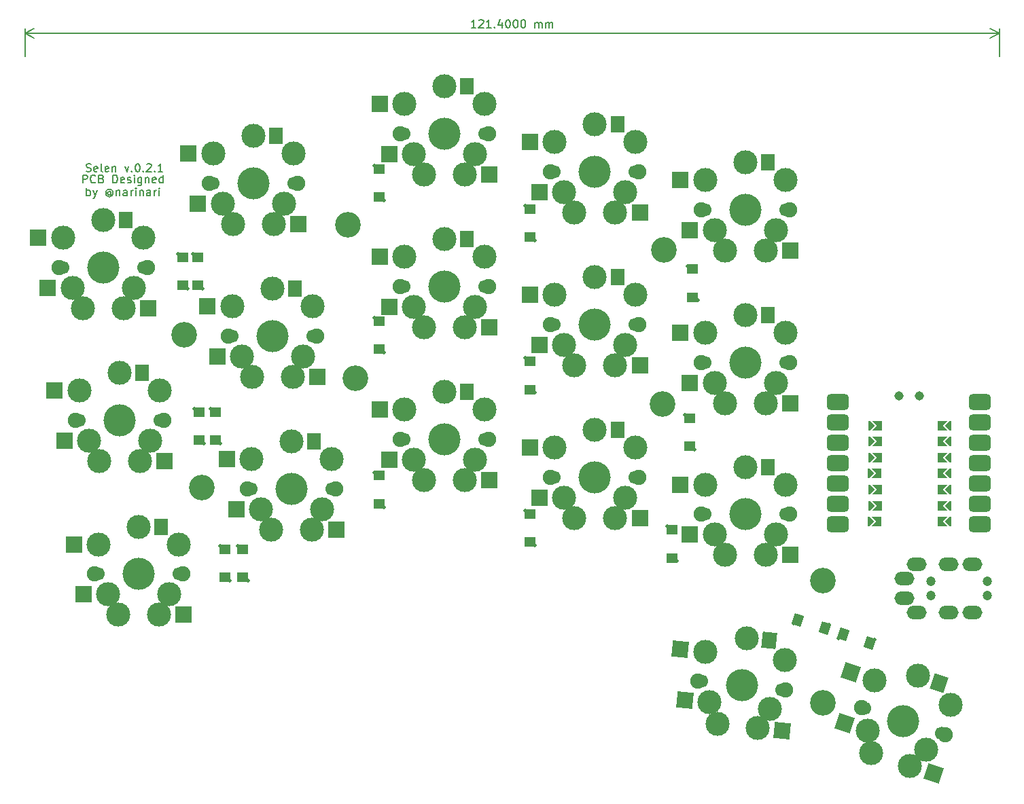
<source format=gts>
%TF.GenerationSoftware,KiCad,Pcbnew,(6.0.7)*%
%TF.CreationDate,2022-09-23T16:12:31+09:00*%
%TF.ProjectId,selen-full,73656c65-6e2d-4667-956c-6c2e6b696361,rev?*%
%TF.SameCoordinates,Original*%
%TF.FileFunction,Soldermask,Top*%
%TF.FilePolarity,Negative*%
%FSLAX46Y46*%
G04 Gerber Fmt 4.6, Leading zero omitted, Abs format (unit mm)*
G04 Created by KiCad (PCBNEW (6.0.7)) date 2022-09-23 16:12:31*
%MOMM*%
%LPD*%
G01*
G04 APERTURE LIST*
G04 Aperture macros list*
%AMRoundRect*
0 Rectangle with rounded corners*
0 $1 Rounding radius*
0 $2 $3 $4 $5 $6 $7 $8 $9 X,Y pos of 4 corners*
0 Add a 4 corners polygon primitive as box body*
4,1,4,$2,$3,$4,$5,$6,$7,$8,$9,$2,$3,0*
0 Add four circle primitives for the rounded corners*
1,1,$1+$1,$2,$3*
1,1,$1+$1,$4,$5*
1,1,$1+$1,$6,$7*
1,1,$1+$1,$8,$9*
0 Add four rect primitives between the rounded corners*
20,1,$1+$1,$2,$3,$4,$5,0*
20,1,$1+$1,$4,$5,$6,$7,0*
20,1,$1+$1,$6,$7,$8,$9,0*
20,1,$1+$1,$8,$9,$2,$3,0*%
%AMRotRect*
0 Rectangle, with rotation*
0 The origin of the aperture is its center*
0 $1 length*
0 $2 width*
0 $3 Rotation angle, in degrees counterclockwise*
0 Add horizontal line*
21,1,$1,$2,0,0,$3*%
%AMFreePoly0*
4,1,6,0.600000,0.200000,0.000000,-0.400000,-0.600000,0.200000,-0.600000,0.400000,0.600000,0.400000,0.600000,0.200000,0.600000,0.200000,$1*%
%AMFreePoly1*
4,1,6,0.600000,-0.250000,-0.600000,-0.250000,-0.600000,1.000000,0.000000,0.400000,0.600000,1.000000,0.600000,-0.250000,0.600000,-0.250000,$1*%
G04 Aperture macros list end*
%ADD10C,0.150000*%
%ADD11R,1.400000X1.200000*%
%ADD12C,0.500000*%
%ADD13RotRect,1.200000X1.400000X342.000000*%
%ADD14C,3.200000*%
%ADD15C,1.900000*%
%ADD16C,3.000000*%
%ADD17C,1.700000*%
%ADD18C,4.000000*%
%ADD19R,2.000000X2.000000*%
%ADD20R,1.800000X2.000000*%
%ADD21RotRect,2.000000X2.000000X354.000000*%
%ADD22RotRect,1.800000X2.000000X354.000000*%
%ADD23RotRect,1.200000X1.400000X162.000000*%
%ADD24RotRect,2.000000X2.000000X342.000000*%
%ADD25RotRect,1.800000X2.000000X342.000000*%
%ADD26C,1.200000*%
%ADD27O,2.500000X1.700000*%
%ADD28FreePoly0,270.000000*%
%ADD29RoundRect,0.499745X-0.874395X-0.499745X0.874395X-0.499745X0.874395X0.499745X-0.874395X0.499745X0*%
%ADD30FreePoly0,90.000000*%
%ADD31FreePoly1,270.000000*%
%ADD32FreePoly1,90.000000*%
%ADD33C,1.143000*%
G04 APERTURE END LIST*
D10*
X97800000Y-70447380D02*
X97800000Y-69447380D01*
X98180952Y-69447380D01*
X98276190Y-69495000D01*
X98323809Y-69542619D01*
X98371428Y-69637857D01*
X98371428Y-69780714D01*
X98323809Y-69875952D01*
X98276190Y-69923571D01*
X98180952Y-69971190D01*
X97800000Y-69971190D01*
X99371428Y-70352142D02*
X99323809Y-70399761D01*
X99180952Y-70447380D01*
X99085714Y-70447380D01*
X98942857Y-70399761D01*
X98847619Y-70304523D01*
X98800000Y-70209285D01*
X98752380Y-70018809D01*
X98752380Y-69875952D01*
X98800000Y-69685476D01*
X98847619Y-69590238D01*
X98942857Y-69495000D01*
X99085714Y-69447380D01*
X99180952Y-69447380D01*
X99323809Y-69495000D01*
X99371428Y-69542619D01*
X100133333Y-69923571D02*
X100276190Y-69971190D01*
X100323809Y-70018809D01*
X100371428Y-70114047D01*
X100371428Y-70256904D01*
X100323809Y-70352142D01*
X100276190Y-70399761D01*
X100180952Y-70447380D01*
X99800000Y-70447380D01*
X99800000Y-69447380D01*
X100133333Y-69447380D01*
X100228571Y-69495000D01*
X100276190Y-69542619D01*
X100323809Y-69637857D01*
X100323809Y-69733095D01*
X100276190Y-69828333D01*
X100228571Y-69875952D01*
X100133333Y-69923571D01*
X99800000Y-69923571D01*
X101561904Y-70447380D02*
X101561904Y-69447380D01*
X101800000Y-69447380D01*
X101942857Y-69495000D01*
X102038095Y-69590238D01*
X102085714Y-69685476D01*
X102133333Y-69875952D01*
X102133333Y-70018809D01*
X102085714Y-70209285D01*
X102038095Y-70304523D01*
X101942857Y-70399761D01*
X101800000Y-70447380D01*
X101561904Y-70447380D01*
X102942857Y-70399761D02*
X102847619Y-70447380D01*
X102657142Y-70447380D01*
X102561904Y-70399761D01*
X102514285Y-70304523D01*
X102514285Y-69923571D01*
X102561904Y-69828333D01*
X102657142Y-69780714D01*
X102847619Y-69780714D01*
X102942857Y-69828333D01*
X102990476Y-69923571D01*
X102990476Y-70018809D01*
X102514285Y-70114047D01*
X103371428Y-70399761D02*
X103466666Y-70447380D01*
X103657142Y-70447380D01*
X103752380Y-70399761D01*
X103800000Y-70304523D01*
X103800000Y-70256904D01*
X103752380Y-70161666D01*
X103657142Y-70114047D01*
X103514285Y-70114047D01*
X103419047Y-70066428D01*
X103371428Y-69971190D01*
X103371428Y-69923571D01*
X103419047Y-69828333D01*
X103514285Y-69780714D01*
X103657142Y-69780714D01*
X103752380Y-69828333D01*
X104228571Y-70447380D02*
X104228571Y-69780714D01*
X104228571Y-69447380D02*
X104180952Y-69495000D01*
X104228571Y-69542619D01*
X104276190Y-69495000D01*
X104228571Y-69447380D01*
X104228571Y-69542619D01*
X105133333Y-69780714D02*
X105133333Y-70590238D01*
X105085714Y-70685476D01*
X105038095Y-70733095D01*
X104942857Y-70780714D01*
X104800000Y-70780714D01*
X104704761Y-70733095D01*
X105133333Y-70399761D02*
X105038095Y-70447380D01*
X104847619Y-70447380D01*
X104752380Y-70399761D01*
X104704761Y-70352142D01*
X104657142Y-70256904D01*
X104657142Y-69971190D01*
X104704761Y-69875952D01*
X104752380Y-69828333D01*
X104847619Y-69780714D01*
X105038095Y-69780714D01*
X105133333Y-69828333D01*
X105609523Y-69780714D02*
X105609523Y-70447380D01*
X105609523Y-69875952D02*
X105657142Y-69828333D01*
X105752380Y-69780714D01*
X105895238Y-69780714D01*
X105990476Y-69828333D01*
X106038095Y-69923571D01*
X106038095Y-70447380D01*
X106895238Y-70399761D02*
X106800000Y-70447380D01*
X106609523Y-70447380D01*
X106514285Y-70399761D01*
X106466666Y-70304523D01*
X106466666Y-69923571D01*
X106514285Y-69828333D01*
X106609523Y-69780714D01*
X106800000Y-69780714D01*
X106895238Y-69828333D01*
X106942857Y-69923571D01*
X106942857Y-70018809D01*
X106466666Y-70114047D01*
X107800000Y-70447380D02*
X107800000Y-69447380D01*
X107800000Y-70399761D02*
X107704761Y-70447380D01*
X107514285Y-70447380D01*
X107419047Y-70399761D01*
X107371428Y-70352142D01*
X107323809Y-70256904D01*
X107323809Y-69971190D01*
X107371428Y-69875952D01*
X107419047Y-69828333D01*
X107514285Y-69780714D01*
X107704761Y-69780714D01*
X107800000Y-69828333D01*
X98276190Y-72057380D02*
X98276190Y-71057380D01*
X98276190Y-71438333D02*
X98371428Y-71390714D01*
X98561904Y-71390714D01*
X98657142Y-71438333D01*
X98704761Y-71485952D01*
X98752380Y-71581190D01*
X98752380Y-71866904D01*
X98704761Y-71962142D01*
X98657142Y-72009761D01*
X98561904Y-72057380D01*
X98371428Y-72057380D01*
X98276190Y-72009761D01*
X99085714Y-71390714D02*
X99323809Y-72057380D01*
X99561904Y-71390714D02*
X99323809Y-72057380D01*
X99228571Y-72295476D01*
X99180952Y-72343095D01*
X99085714Y-72390714D01*
X101323809Y-71581190D02*
X101276190Y-71533571D01*
X101180952Y-71485952D01*
X101085714Y-71485952D01*
X100990476Y-71533571D01*
X100942857Y-71581190D01*
X100895238Y-71676428D01*
X100895238Y-71771666D01*
X100942857Y-71866904D01*
X100990476Y-71914523D01*
X101085714Y-71962142D01*
X101180952Y-71962142D01*
X101276190Y-71914523D01*
X101323809Y-71866904D01*
X101323809Y-71485952D02*
X101323809Y-71866904D01*
X101371428Y-71914523D01*
X101419047Y-71914523D01*
X101514285Y-71866904D01*
X101561904Y-71771666D01*
X101561904Y-71533571D01*
X101466666Y-71390714D01*
X101323809Y-71295476D01*
X101133333Y-71247857D01*
X100942857Y-71295476D01*
X100800000Y-71390714D01*
X100704761Y-71533571D01*
X100657142Y-71724047D01*
X100704761Y-71914523D01*
X100800000Y-72057380D01*
X100942857Y-72152619D01*
X101133333Y-72200238D01*
X101323809Y-72152619D01*
X101466666Y-72057380D01*
X101990476Y-71390714D02*
X101990476Y-72057380D01*
X101990476Y-71485952D02*
X102038095Y-71438333D01*
X102133333Y-71390714D01*
X102276190Y-71390714D01*
X102371428Y-71438333D01*
X102419047Y-71533571D01*
X102419047Y-72057380D01*
X103323809Y-72057380D02*
X103323809Y-71533571D01*
X103276190Y-71438333D01*
X103180952Y-71390714D01*
X102990476Y-71390714D01*
X102895238Y-71438333D01*
X103323809Y-72009761D02*
X103228571Y-72057380D01*
X102990476Y-72057380D01*
X102895238Y-72009761D01*
X102847619Y-71914523D01*
X102847619Y-71819285D01*
X102895238Y-71724047D01*
X102990476Y-71676428D01*
X103228571Y-71676428D01*
X103323809Y-71628809D01*
X103800000Y-72057380D02*
X103800000Y-71390714D01*
X103800000Y-71581190D02*
X103847619Y-71485952D01*
X103895238Y-71438333D01*
X103990476Y-71390714D01*
X104085714Y-71390714D01*
X104419047Y-72057380D02*
X104419047Y-71390714D01*
X104419047Y-71057380D02*
X104371428Y-71105000D01*
X104419047Y-71152619D01*
X104466666Y-71105000D01*
X104419047Y-71057380D01*
X104419047Y-71152619D01*
X104895238Y-71390714D02*
X104895238Y-72057380D01*
X104895238Y-71485952D02*
X104942857Y-71438333D01*
X105038095Y-71390714D01*
X105180952Y-71390714D01*
X105276190Y-71438333D01*
X105323809Y-71533571D01*
X105323809Y-72057380D01*
X106228571Y-72057380D02*
X106228571Y-71533571D01*
X106180952Y-71438333D01*
X106085714Y-71390714D01*
X105895238Y-71390714D01*
X105800000Y-71438333D01*
X106228571Y-72009761D02*
X106133333Y-72057380D01*
X105895238Y-72057380D01*
X105800000Y-72009761D01*
X105752380Y-71914523D01*
X105752380Y-71819285D01*
X105800000Y-71724047D01*
X105895238Y-71676428D01*
X106133333Y-71676428D01*
X106228571Y-71628809D01*
X106704761Y-72057380D02*
X106704761Y-71390714D01*
X106704761Y-71581190D02*
X106752380Y-71485952D01*
X106800000Y-71438333D01*
X106895238Y-71390714D01*
X106990476Y-71390714D01*
X107323809Y-72057380D02*
X107323809Y-71390714D01*
X107323809Y-71057380D02*
X107276190Y-71105000D01*
X107323809Y-71152619D01*
X107371428Y-71105000D01*
X107323809Y-71057380D01*
X107323809Y-71152619D01*
X98238095Y-69004761D02*
X98380952Y-69052380D01*
X98619047Y-69052380D01*
X98714285Y-69004761D01*
X98761904Y-68957142D01*
X98809523Y-68861904D01*
X98809523Y-68766666D01*
X98761904Y-68671428D01*
X98714285Y-68623809D01*
X98619047Y-68576190D01*
X98428571Y-68528571D01*
X98333333Y-68480952D01*
X98285714Y-68433333D01*
X98238095Y-68338095D01*
X98238095Y-68242857D01*
X98285714Y-68147619D01*
X98333333Y-68100000D01*
X98428571Y-68052380D01*
X98666666Y-68052380D01*
X98809523Y-68100000D01*
X99619047Y-69004761D02*
X99523809Y-69052380D01*
X99333333Y-69052380D01*
X99238095Y-69004761D01*
X99190476Y-68909523D01*
X99190476Y-68528571D01*
X99238095Y-68433333D01*
X99333333Y-68385714D01*
X99523809Y-68385714D01*
X99619047Y-68433333D01*
X99666666Y-68528571D01*
X99666666Y-68623809D01*
X99190476Y-68719047D01*
X100238095Y-69052380D02*
X100142857Y-69004761D01*
X100095238Y-68909523D01*
X100095238Y-68052380D01*
X101000000Y-69004761D02*
X100904761Y-69052380D01*
X100714285Y-69052380D01*
X100619047Y-69004761D01*
X100571428Y-68909523D01*
X100571428Y-68528571D01*
X100619047Y-68433333D01*
X100714285Y-68385714D01*
X100904761Y-68385714D01*
X101000000Y-68433333D01*
X101047619Y-68528571D01*
X101047619Y-68623809D01*
X100571428Y-68719047D01*
X101476190Y-68385714D02*
X101476190Y-69052380D01*
X101476190Y-68480952D02*
X101523809Y-68433333D01*
X101619047Y-68385714D01*
X101761904Y-68385714D01*
X101857142Y-68433333D01*
X101904761Y-68528571D01*
X101904761Y-69052380D01*
X103047619Y-68385714D02*
X103285714Y-69052380D01*
X103523809Y-68385714D01*
X103904761Y-68957142D02*
X103952380Y-69004761D01*
X103904761Y-69052380D01*
X103857142Y-69004761D01*
X103904761Y-68957142D01*
X103904761Y-69052380D01*
X104571428Y-68052380D02*
X104666666Y-68052380D01*
X104761904Y-68100000D01*
X104809523Y-68147619D01*
X104857142Y-68242857D01*
X104904761Y-68433333D01*
X104904761Y-68671428D01*
X104857142Y-68861904D01*
X104809523Y-68957142D01*
X104761904Y-69004761D01*
X104666666Y-69052380D01*
X104571428Y-69052380D01*
X104476190Y-69004761D01*
X104428571Y-68957142D01*
X104380952Y-68861904D01*
X104333333Y-68671428D01*
X104333333Y-68433333D01*
X104380952Y-68242857D01*
X104428571Y-68147619D01*
X104476190Y-68100000D01*
X104571428Y-68052380D01*
X105333333Y-68957142D02*
X105380952Y-69004761D01*
X105333333Y-69052380D01*
X105285714Y-69004761D01*
X105333333Y-68957142D01*
X105333333Y-69052380D01*
X105761904Y-68147619D02*
X105809523Y-68100000D01*
X105904761Y-68052380D01*
X106142857Y-68052380D01*
X106238095Y-68100000D01*
X106285714Y-68147619D01*
X106333333Y-68242857D01*
X106333333Y-68338095D01*
X106285714Y-68480952D01*
X105714285Y-69052380D01*
X106333333Y-69052380D01*
X106761904Y-68957142D02*
X106809523Y-69004761D01*
X106761904Y-69052380D01*
X106714285Y-69004761D01*
X106761904Y-68957142D01*
X106761904Y-69052380D01*
X107761904Y-69052380D02*
X107190476Y-69052380D01*
X107476190Y-69052380D02*
X107476190Y-68052380D01*
X107380952Y-68195238D01*
X107285714Y-68290476D01*
X107190476Y-68338095D01*
X146776190Y-51102380D02*
X146204761Y-51102380D01*
X146490476Y-51102380D02*
X146490476Y-50102380D01*
X146395238Y-50245238D01*
X146300000Y-50340476D01*
X146204761Y-50388095D01*
X147157142Y-50197619D02*
X147204761Y-50150000D01*
X147300000Y-50102380D01*
X147538095Y-50102380D01*
X147633333Y-50150000D01*
X147680952Y-50197619D01*
X147728571Y-50292857D01*
X147728571Y-50388095D01*
X147680952Y-50530952D01*
X147109523Y-51102380D01*
X147728571Y-51102380D01*
X148680952Y-51102380D02*
X148109523Y-51102380D01*
X148395238Y-51102380D02*
X148395238Y-50102380D01*
X148300000Y-50245238D01*
X148204761Y-50340476D01*
X148109523Y-50388095D01*
X149109523Y-51007142D02*
X149157142Y-51054761D01*
X149109523Y-51102380D01*
X149061904Y-51054761D01*
X149109523Y-51007142D01*
X149109523Y-51102380D01*
X150014285Y-50435714D02*
X150014285Y-51102380D01*
X149776190Y-50054761D02*
X149538095Y-50769047D01*
X150157142Y-50769047D01*
X150728571Y-50102380D02*
X150823809Y-50102380D01*
X150919047Y-50150000D01*
X150966666Y-50197619D01*
X151014285Y-50292857D01*
X151061904Y-50483333D01*
X151061904Y-50721428D01*
X151014285Y-50911904D01*
X150966666Y-51007142D01*
X150919047Y-51054761D01*
X150823809Y-51102380D01*
X150728571Y-51102380D01*
X150633333Y-51054761D01*
X150585714Y-51007142D01*
X150538095Y-50911904D01*
X150490476Y-50721428D01*
X150490476Y-50483333D01*
X150538095Y-50292857D01*
X150585714Y-50197619D01*
X150633333Y-50150000D01*
X150728571Y-50102380D01*
X151680952Y-50102380D02*
X151776190Y-50102380D01*
X151871428Y-50150000D01*
X151919047Y-50197619D01*
X151966666Y-50292857D01*
X152014285Y-50483333D01*
X152014285Y-50721428D01*
X151966666Y-50911904D01*
X151919047Y-51007142D01*
X151871428Y-51054761D01*
X151776190Y-51102380D01*
X151680952Y-51102380D01*
X151585714Y-51054761D01*
X151538095Y-51007142D01*
X151490476Y-50911904D01*
X151442857Y-50721428D01*
X151442857Y-50483333D01*
X151490476Y-50292857D01*
X151538095Y-50197619D01*
X151585714Y-50150000D01*
X151680952Y-50102380D01*
X152633333Y-50102380D02*
X152728571Y-50102380D01*
X152823809Y-50150000D01*
X152871428Y-50197619D01*
X152919047Y-50292857D01*
X152966666Y-50483333D01*
X152966666Y-50721428D01*
X152919047Y-50911904D01*
X152871428Y-51007142D01*
X152823809Y-51054761D01*
X152728571Y-51102380D01*
X152633333Y-51102380D01*
X152538095Y-51054761D01*
X152490476Y-51007142D01*
X152442857Y-50911904D01*
X152395238Y-50721428D01*
X152395238Y-50483333D01*
X152442857Y-50292857D01*
X152490476Y-50197619D01*
X152538095Y-50150000D01*
X152633333Y-50102380D01*
X154157142Y-51102380D02*
X154157142Y-50435714D01*
X154157142Y-50530952D02*
X154204761Y-50483333D01*
X154300000Y-50435714D01*
X154442857Y-50435714D01*
X154538095Y-50483333D01*
X154585714Y-50578571D01*
X154585714Y-51102380D01*
X154585714Y-50578571D02*
X154633333Y-50483333D01*
X154728571Y-50435714D01*
X154871428Y-50435714D01*
X154966666Y-50483333D01*
X155014285Y-50578571D01*
X155014285Y-51102380D01*
X155490476Y-51102380D02*
X155490476Y-50435714D01*
X155490476Y-50530952D02*
X155538095Y-50483333D01*
X155633333Y-50435714D01*
X155776190Y-50435714D01*
X155871428Y-50483333D01*
X155919047Y-50578571D01*
X155919047Y-51102380D01*
X155919047Y-50578571D02*
X155966666Y-50483333D01*
X156061904Y-50435714D01*
X156204761Y-50435714D01*
X156300000Y-50483333D01*
X156347619Y-50578571D01*
X156347619Y-51102380D01*
X212000000Y-54700000D02*
X212000000Y-51213580D01*
X90600000Y-54700000D02*
X90600000Y-51213580D01*
X212000000Y-51800000D02*
X90600000Y-51800000D01*
X212000000Y-51800000D02*
X90600000Y-51800000D01*
X212000000Y-51800000D02*
X210873496Y-51213579D01*
X212000000Y-51800000D02*
X210873496Y-52386421D01*
X90600000Y-51800000D02*
X91726504Y-52386421D01*
X90600000Y-51800000D02*
X91726504Y-51213579D01*
D11*
%TO.C,D9*%
X153500000Y-96200000D03*
D12*
X154100000Y-96600000D03*
D11*
X153500000Y-92700000D03*
D12*
X152900000Y-92300000D03*
%TD*%
D11*
%TO.C,D4*%
X153500000Y-77200000D03*
D12*
X154100000Y-77600000D03*
X152900000Y-73300000D03*
D11*
X153500000Y-73700000D03*
%TD*%
%TO.C,D12*%
X117750000Y-119634000D03*
D12*
X118350000Y-120034000D03*
D11*
X117750000Y-116134000D03*
D12*
X117150000Y-115734000D03*
%TD*%
D13*
%TO.C,D17*%
X192532000Y-126746000D03*
D12*
X191966167Y-127193027D03*
X196426531Y-127380532D03*
D13*
X195860698Y-127827560D03*
%TD*%
D14*
%TO.C,REF\u002A\u002A*%
X190000000Y-120000000D03*
%TD*%
D15*
%TO.C,SW1*%
X94830000Y-80962500D03*
D16*
X96520000Y-83502500D03*
D17*
X95250000Y-80962500D03*
D16*
X104140000Y-83502500D03*
X95330000Y-77262500D03*
X100330000Y-75062500D03*
D17*
X105410000Y-80962500D03*
D16*
X105330000Y-77262500D03*
X97790000Y-86042500D03*
X102870000Y-86042500D03*
D18*
X100330000Y-80962500D03*
D15*
X105830000Y-80962500D03*
D19*
X105930000Y-86042500D03*
X92230000Y-77262500D03*
X93430000Y-83502500D03*
D20*
X103130000Y-75062500D03*
%TD*%
D17*
%TO.C,SW13*%
X137795000Y-102393750D03*
D15*
X148375000Y-102393750D03*
D16*
X147875000Y-98693750D03*
X137875000Y-98693750D03*
X142875000Y-96493750D03*
X140335000Y-107473750D03*
D17*
X147955000Y-102393750D03*
D16*
X139065000Y-104933750D03*
X146685000Y-104933750D03*
X145415000Y-107473750D03*
D18*
X142875000Y-102393750D03*
D15*
X137375000Y-102393750D03*
D19*
X148475000Y-107473750D03*
X134775000Y-98693750D03*
D20*
X145675000Y-96493750D03*
D19*
X135975000Y-104933750D03*
%TD*%
D12*
%TO.C,D15*%
X171850000Y-117600000D03*
D11*
X171250000Y-117200000D03*
D12*
X170650000Y-113300000D03*
D11*
X171250000Y-113700000D03*
%TD*%
D14*
%TO.C,REF\u002A\u002A*%
X170200000Y-78800000D03*
%TD*%
D11*
%TO.C,D8*%
X134750000Y-91200000D03*
D12*
X135350000Y-91600000D03*
D11*
X134750000Y-87700000D03*
D12*
X134150000Y-87300000D03*
%TD*%
D14*
%TO.C,REF\u002A\u002A*%
X112600000Y-108400000D03*
%TD*%
D16*
%TO.C,SW7*%
X121443750Y-83635000D03*
D15*
X126943750Y-89535000D03*
D16*
X123983750Y-94615000D03*
X117633750Y-92075000D03*
X118903750Y-94615000D03*
X126443750Y-85835000D03*
D18*
X121443750Y-89535000D03*
D16*
X125253750Y-92075000D03*
D15*
X115943750Y-89535000D03*
D17*
X116363750Y-89535000D03*
D16*
X116443750Y-85835000D03*
D17*
X126523750Y-89535000D03*
D19*
X127043750Y-94615000D03*
X113343750Y-85835000D03*
D20*
X124243750Y-83635000D03*
D19*
X114543750Y-92075000D03*
%TD*%
D12*
%TO.C,D11*%
X116100000Y-120034000D03*
D11*
X115500000Y-119634000D03*
D12*
X114900000Y-115734000D03*
D11*
X115500000Y-116134000D03*
%TD*%
D14*
%TO.C,REF\u002A\u002A*%
X130810000Y-75692000D03*
%TD*%
D16*
%TO.C,SW6*%
X98583750Y-102552500D03*
X107393750Y-96312500D03*
D15*
X107893750Y-100012500D03*
X96893750Y-100012500D03*
D18*
X102393750Y-100012500D03*
D16*
X102393750Y-94112500D03*
D17*
X97313750Y-100012500D03*
D16*
X104933750Y-105092500D03*
X106203750Y-102552500D03*
X99853750Y-105092500D03*
X97393750Y-96312500D03*
D17*
X107473750Y-100012500D03*
D19*
X94293750Y-96312500D03*
X107993750Y-105092500D03*
X95493750Y-102552500D03*
D20*
X105193750Y-94112500D03*
%TD*%
D14*
%TO.C,REF\u002A\u002A*%
X110400000Y-89400000D03*
%TD*%
D16*
%TO.C,SW11*%
X104775000Y-113321250D03*
X108585000Y-121761250D03*
X109775000Y-115521250D03*
D18*
X104775000Y-119221250D03*
D16*
X99775000Y-115521250D03*
D15*
X110275000Y-119221250D03*
D17*
X109855000Y-119221250D03*
D15*
X99275000Y-119221250D03*
D16*
X102235000Y-124301250D03*
X100965000Y-121761250D03*
D17*
X99695000Y-119221250D03*
D16*
X107315000Y-124301250D03*
D19*
X110375000Y-124301250D03*
X96675000Y-115521250D03*
X97875000Y-121761250D03*
D20*
X107575000Y-113321250D03*
%TD*%
D16*
%TO.C,SW8*%
X142875000Y-77443750D03*
D18*
X142875000Y-83343750D03*
D17*
X137795000Y-83343750D03*
D15*
X137375000Y-83343750D03*
D16*
X137875000Y-79643750D03*
X147875000Y-79643750D03*
X145415000Y-88423750D03*
X146685000Y-85883750D03*
X139065000Y-85883750D03*
D17*
X147955000Y-83343750D03*
D15*
X148375000Y-83343750D03*
D16*
X140335000Y-88423750D03*
D19*
X134775000Y-79643750D03*
X148475000Y-88423750D03*
X135975000Y-85883750D03*
D20*
X145675000Y-77443750D03*
%TD*%
D16*
%TO.C,SW10*%
X180340000Y-86968750D03*
X185340000Y-89168750D03*
D15*
X174840000Y-92868750D03*
D16*
X175340000Y-89168750D03*
X177800000Y-97948750D03*
X176530000Y-95408750D03*
D15*
X185840000Y-92868750D03*
D18*
X180340000Y-92868750D03*
D16*
X182880000Y-97948750D03*
D17*
X185420000Y-92868750D03*
D16*
X184150000Y-95408750D03*
D17*
X175260000Y-92868750D03*
D19*
X185940000Y-97948750D03*
X172240000Y-89168750D03*
D20*
X183140000Y-86968750D03*
D19*
X173440000Y-95408750D03*
%TD*%
D16*
%TO.C,SW15*%
X175340000Y-108060000D03*
D17*
X175260000Y-111760000D03*
D16*
X177800000Y-116840000D03*
D15*
X174840000Y-111760000D03*
X185840000Y-111760000D03*
D16*
X176530000Y-114300000D03*
D18*
X180340000Y-111760000D03*
D16*
X182880000Y-116840000D03*
X185340000Y-108060000D03*
X184150000Y-114300000D03*
X180340000Y-105860000D03*
D17*
X185420000Y-111760000D03*
D19*
X185940000Y-116840000D03*
X172240000Y-108060000D03*
D20*
X183140000Y-105860000D03*
D19*
X173440000Y-114300000D03*
%TD*%
D18*
%TO.C,SW3*%
X142875000Y-64293750D03*
D15*
X148375000Y-64293750D03*
D16*
X142875000Y-58393750D03*
D17*
X137795000Y-64293750D03*
D16*
X137875000Y-60593750D03*
X139065000Y-66833750D03*
X147875000Y-60593750D03*
D17*
X147955000Y-64293750D03*
D16*
X145415000Y-69373750D03*
X146685000Y-66833750D03*
D15*
X137375000Y-64293750D03*
D16*
X140335000Y-69373750D03*
D19*
X134775000Y-60593750D03*
X148475000Y-69373750D03*
X135975000Y-66833750D03*
D20*
X145675000Y-58393750D03*
%TD*%
D15*
%TO.C,SW16*%
X174455262Y-132521675D03*
D16*
X175339278Y-128894209D03*
D18*
X179925132Y-133096582D03*
D16*
X175870501Y-135224414D03*
D17*
X184977303Y-133627587D03*
D16*
X181920213Y-138414256D03*
X185284497Y-129939493D03*
D15*
X185395002Y-133671489D03*
D16*
X180541850Y-127228903D03*
X176868042Y-137883251D03*
D17*
X174872961Y-132565577D03*
D16*
X183448758Y-136020921D03*
D21*
X172256260Y-128570170D03*
X184963450Y-138734113D03*
D22*
X183326511Y-127521583D03*
D21*
X172797429Y-134901421D03*
%TD*%
D11*
%TO.C,D3*%
X134750000Y-72200000D03*
D12*
X135350000Y-72600000D03*
D11*
X134750000Y-68700000D03*
D12*
X134150000Y-68300000D03*
%TD*%
%TO.C,D5*%
X174400000Y-85100000D03*
D11*
X173800000Y-84700000D03*
X173800000Y-81200000D03*
D12*
X173200000Y-80800000D03*
%TD*%
D11*
%TO.C,D1*%
X110236000Y-83234000D03*
D12*
X110836000Y-83634000D03*
X109636000Y-79334000D03*
D11*
X110236000Y-79734000D03*
%TD*%
D18*
%TO.C,SW2*%
X119062500Y-70485000D03*
D16*
X121602500Y-75565000D03*
X116522500Y-75565000D03*
D17*
X113982500Y-70485000D03*
X124142500Y-70485000D03*
D16*
X122872500Y-73025000D03*
X115252500Y-73025000D03*
D15*
X113562500Y-70485000D03*
D16*
X124062500Y-66785000D03*
X114062500Y-66785000D03*
D15*
X124562500Y-70485000D03*
D16*
X119062500Y-64585000D03*
D19*
X124662500Y-75565000D03*
X110962500Y-66785000D03*
D20*
X121862500Y-64585000D03*
D19*
X112162500Y-73025000D03*
%TD*%
D16*
%TO.C,SW9*%
X156607500Y-84406250D03*
D18*
X161607500Y-88106250D03*
D16*
X159067500Y-93186250D03*
X165417500Y-90646250D03*
X157797500Y-90646250D03*
D15*
X167107500Y-88106250D03*
D16*
X164147500Y-93186250D03*
D15*
X156107500Y-88106250D03*
D17*
X156527500Y-88106250D03*
D16*
X161607500Y-82206250D03*
D17*
X166687500Y-88106250D03*
D16*
X166607500Y-84406250D03*
D19*
X167207500Y-93186250D03*
X153507500Y-84406250D03*
X154707500Y-90646250D03*
D20*
X164407500Y-82206250D03*
%TD*%
D15*
%TO.C,SW5*%
X185840000Y-73818750D03*
D16*
X180340000Y-67918750D03*
D18*
X180340000Y-73818750D03*
D16*
X177800000Y-78898750D03*
D15*
X174840000Y-73818750D03*
D16*
X184150000Y-76358750D03*
X182880000Y-78898750D03*
X175340000Y-70118750D03*
D17*
X185420000Y-73818750D03*
D16*
X185340000Y-70118750D03*
X176530000Y-76358750D03*
D17*
X175260000Y-73818750D03*
D19*
X185940000Y-78898750D03*
X172240000Y-70118750D03*
D20*
X183140000Y-67918750D03*
D19*
X173440000Y-76358750D03*
%TD*%
D12*
%TO.C,D16*%
X190811833Y-125536973D03*
D23*
X190246000Y-125984000D03*
D12*
X186351469Y-125349468D03*
D23*
X186917302Y-124902440D03*
%TD*%
D14*
%TO.C,REF\u002A\u002A*%
X170000000Y-98000000D03*
%TD*%
D12*
%TO.C,D13*%
X135350000Y-110850000D03*
D11*
X134750000Y-110450000D03*
X134750000Y-106950000D03*
D12*
X134150000Y-106550000D03*
%TD*%
%TO.C,D10*%
X174000000Y-103700000D03*
D11*
X173400000Y-103300000D03*
D12*
X172800000Y-99400000D03*
D11*
X173400000Y-99800000D03*
%TD*%
D15*
%TO.C,SW17*%
X194806738Y-135823708D03*
D16*
X205936194Y-135549477D03*
D17*
X195206182Y-135953495D03*
D16*
X196425629Y-132459307D03*
X201860749Y-131912068D03*
X200883426Y-143139571D03*
D15*
X205268360Y-139222894D03*
D18*
X200037549Y-137523301D03*
D16*
X196052059Y-141569765D03*
X195629121Y-138761630D03*
X202876171Y-141116339D03*
D17*
X204868916Y-139093107D03*
D24*
X203793659Y-144085163D03*
X193477354Y-131501354D03*
D25*
X204523708Y-132777315D03*
D24*
X192690356Y-137806767D03*
%TD*%
D16*
%TO.C,SW12*%
X121285000Y-113665000D03*
D18*
X123825000Y-108585000D03*
D16*
X118825000Y-104885000D03*
X123825000Y-102685000D03*
X120015000Y-111125000D03*
D17*
X128905000Y-108585000D03*
D15*
X118325000Y-108585000D03*
D17*
X118745000Y-108585000D03*
D16*
X126365000Y-113665000D03*
D15*
X129325000Y-108585000D03*
D16*
X127635000Y-111125000D03*
X128825000Y-104885000D03*
D19*
X115725000Y-104885000D03*
X129425000Y-113665000D03*
X116925000Y-111125000D03*
D20*
X126625000Y-102685000D03*
%TD*%
D12*
%TO.C,D14*%
X154100000Y-115600000D03*
D11*
X153500000Y-115200000D03*
X153500000Y-111700000D03*
D12*
X152900000Y-111300000D03*
%TD*%
D26*
%TO.C,J1*%
X210484000Y-120125000D03*
X203484000Y-120125000D03*
X210484000Y-121875000D03*
X203484000Y-121875000D03*
D27*
X200184000Y-119775000D03*
X200184000Y-122225000D03*
X208684000Y-118025000D03*
X208684000Y-123975000D03*
X205684000Y-118025000D03*
X205684000Y-123975000D03*
X201684000Y-123975000D03*
X201684000Y-118025000D03*
%TD*%
D12*
%TO.C,D2*%
X112711000Y-83634000D03*
D11*
X112111000Y-83234000D03*
D12*
X111511000Y-79334000D03*
D11*
X112111000Y-79734000D03*
%TD*%
D16*
%TO.C,SW14*%
X156607500Y-103456250D03*
D17*
X166687500Y-107156250D03*
D16*
X157797500Y-109696250D03*
D15*
X167107500Y-107156250D03*
D16*
X161607500Y-101256250D03*
X159067500Y-112236250D03*
X165417500Y-109696250D03*
D18*
X161607500Y-107156250D03*
D16*
X164147500Y-112236250D03*
D17*
X156527500Y-107156250D03*
D15*
X156107500Y-107156250D03*
D16*
X166607500Y-103456250D03*
D19*
X153507500Y-103456250D03*
X167207500Y-112236250D03*
D20*
X164407500Y-101256250D03*
D19*
X154707500Y-109696250D03*
%TD*%
D11*
%TO.C,D7*%
X114300000Y-102538000D03*
D12*
X114900000Y-102938000D03*
X113700000Y-98638000D03*
D11*
X114300000Y-99038000D03*
%TD*%
D16*
%TO.C,SW4*%
X165417500Y-71596250D03*
D17*
X156527500Y-69056250D03*
D15*
X167107500Y-69056250D03*
D16*
X159067500Y-74136250D03*
D15*
X156107500Y-69056250D03*
D17*
X166687500Y-69056250D03*
D16*
X161607500Y-63156250D03*
X166607500Y-65356250D03*
D18*
X161607500Y-69056250D03*
D16*
X164147500Y-74136250D03*
X157797500Y-71596250D03*
X156607500Y-65356250D03*
D19*
X167207500Y-74136250D03*
X153507500Y-65356250D03*
X154707500Y-71596250D03*
D20*
X164407500Y-63156250D03*
%TD*%
D28*
%TO.C,U1*%
X205563796Y-106687504D03*
D29*
X209588184Y-107891296D03*
X191921304Y-107891296D03*
D28*
X205563796Y-110687504D03*
X205588184Y-108687504D03*
D29*
X209588184Y-100271296D03*
D30*
X196088184Y-104687504D03*
D29*
X191921304Y-112971296D03*
X209588184Y-102811296D03*
D28*
X205588184Y-102687504D03*
D29*
X209588184Y-105351296D03*
D28*
X205588184Y-104687504D03*
D29*
X209588184Y-112971296D03*
D28*
X205588184Y-100687504D03*
D30*
X196088184Y-102687504D03*
D29*
X191921304Y-105351296D03*
X191921304Y-97731296D03*
D30*
X196063796Y-112687504D03*
X196088184Y-108687504D03*
D28*
X205563796Y-112687504D03*
D30*
X196063796Y-106687504D03*
X196088184Y-100687504D03*
D29*
X209588184Y-97731296D03*
X191921304Y-110431296D03*
X191921304Y-100271296D03*
X209588184Y-110431296D03*
X191921304Y-102811296D03*
D30*
X196088184Y-110687504D03*
D31*
X204588184Y-100687504D03*
X204588184Y-102687504D03*
X204588184Y-104687504D03*
X204563796Y-106687504D03*
X204588184Y-108687504D03*
X204563796Y-110687504D03*
X204563796Y-112687504D03*
D32*
X197063796Y-112687504D03*
X197088184Y-110687504D03*
X197088184Y-108687504D03*
X197063796Y-106687504D03*
X197088184Y-104687504D03*
X197088184Y-102687504D03*
X197088184Y-100687504D03*
D33*
X199536987Y-97044929D03*
X202076987Y-97044929D03*
%TD*%
D14*
%TO.C,REF\u002A\u002A*%
X189992000Y-135250000D03*
%TD*%
%TO.C,REF\u002A\u002A*%
X131800000Y-94800000D03*
%TD*%
D12*
%TO.C,D6*%
X112868000Y-102938000D03*
D11*
X112268000Y-102538000D03*
X112268000Y-99038000D03*
D12*
X111668000Y-98638000D03*
%TD*%
M02*

</source>
